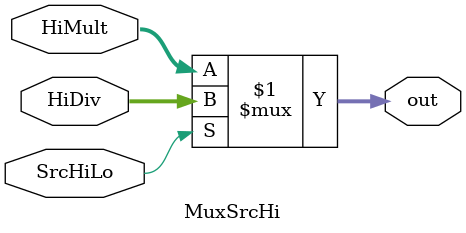
<source format=v>
module MuxSrcHi(SrcHiLo, HiMult, HiDiv, out);
	
	input SrcHiLo;
	input [31:0] HiMult;
	input [31:0] HiDiv;
	
	output [31:0] out;
	
	assign out = SrcHiLo ? HiDiv : HiMult;
	
endmodule

</source>
